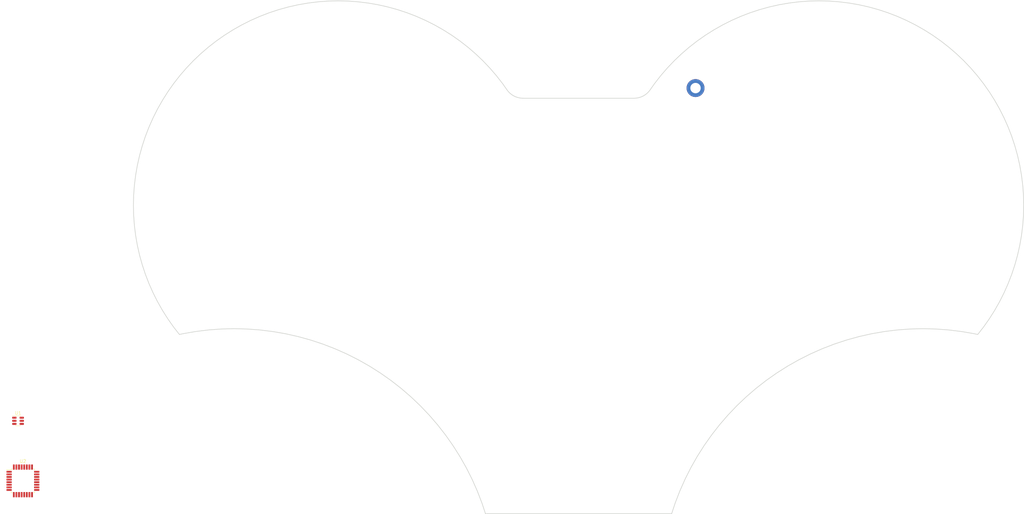
<source format=kicad_pcb>
(kicad_pcb (version 20211014) (generator pcbnew)
  (layers (0 "F.Cu" signal) (31 "B.Cu" signal) (34 "B.Paste" user) (35 "F.Paste" user) (36 "B.SilkS" user "B.Silkscreen") (37 "F.SilkS" user "F.Silkscreen") (38 "B.Mask" user) (39 "F.Mask" user) (44 "Edge.Cuts" user))
  (net 0 "")
  (net 1 "GNDPWR")
  (net 2 "/DD+")
  (net 3 "/DD-")
  (net 4 "/D-")
  (net 5 "Net-(FB2-Pad2)")
  (net 6 "/D+")
  (net 7 "Net-(C3-Pad1)")
  (net 8 "Net-(C4-Pad1)")
  (net 9 "GND")
  (net 10 "+5V")
  (net 14 "R0")
  (net 15 "R1")
  (net 16 "R2")
  (net 17 "R3")
  (net 18 "R4")
  (net 19 "Net-(R6-Pad1)")
  (net 20 "C4")
  (net 21 "C3")
  (net 22 "C2")
  (net 23 "C1")
  (net 24 "C0")
  (net 25 "C5")
  (net 26 "C6")
  (net 27 "C7")
  (net 28 "C8")
  (net 29 "C9")
  (net 30 "~{RESET}")
  (net 33 "Net-(C5-Pad1)")
  (net 34 "DDD+")
  (net 35 "DDD-")
  (footprint "MountingHole:MountingHole_3.2mm_M3" (layer "F.Cu") (at 48 58.5)
    (fp_text reference "H6" hide)
    (fp_text value "MountingHole" hide)
    (pad "" np_thru_hole circle locked (at 0 0) (size 3.2 3.2) (drill 3.2) (layers *.Cu *.Mask))
  )
  (footprint "MountingHole:MountingHole_3.2mm_M3" (layer "F.Cu") (at 123 119.5)
    (fp_text reference "H9" hide)
    (fp_text value "MountingHole" hide)
    (pad "" np_thru_hole circle locked (at 0 0) (size 3.2 3.2) (drill 3.2) (layers *.Cu *.Mask))
  )
  (footprint "MountingHole:MountingHole_3.2mm_M3" (layer "F.Cu") (at 257 104.5)
    (fp_text reference "H8" hide)
    (fp_text value "MountingHole" hide)
    (pad "" np_thru_hole circle locked (at 0 0) (size 3.2 3.2) (drill 3.2) (layers *.Cu *.Mask))
  )
  (footprint "MountingHole:MountingHole_3.2mm_M3" (layer "F.Cu") (at 65 104.5)
    (fp_text reference "H4" hide)
    (fp_text value "MountingHole" hide)
    (pad "" np_thru_hole circle locked (at 0 0) (size 3.2 3.2) (drill 3.2) (layers *.Cu *.Mask))
  )
  (footprint "Package_TO_SOT_SMD:SOT-23-6" (layer "F.Cu") (at -11.5 159)
    (fp_text reference "U1" (at 0 -2.4) (layer "F.SilkS"))
    (fp_text value "USBLC6-2SC6")
    (fp_line (start 0 1.56) (end 0.8 1.56) (layer "F.SilkS") (width 0.12))
    (fp_line (start 0 1.56) (end -0.8 1.56) (layer "F.SilkS") (width 0.12))
    (fp_line (start 0 -1.56) (end -1.8 -1.56) (layer "F.SilkS") (width 0.12))
    (fp_line (start 0 -1.56) (end 0.8 -1.56) (layer "F.SilkS") (width 0.12))
    (pad "1" smd roundrect (at -1.1375 -0.95) (size 1.325 0.6) (layers "F.Cu" "F.Paste" "F.Mask") (net 2 "/DD+"))
    (pad "2" smd roundrect (at -1.1375 0) (size 1.325 0.6) (layers "F.Cu" "F.Paste" "F.Mask") (net 1 "GNDPWR"))
    (pad "3" smd roundrect (at -1.1375 0.95) (size 1.325 0.6) (layers "F.Cu" "F.Paste" "F.Mask") (net 3 "/DD-"))
    (pad "4" smd roundrect (at 1.1375 0.95) (size 1.325 0.6) (layers "F.Cu" "F.Paste" "F.Mask") (net 4 "/D-"))
    (pad "5" smd roundrect (at 1.1375 0) (size 1.325 0.6) (layers "F.Cu" "F.Paste" "F.Mask") (net 5 "Net-(FB2-Pad2)"))
    (pad "6" smd roundrect (at 1.1375 -0.95) (size 1.325 0.6) (layers "F.Cu" "F.Paste" "F.Mask") (net 6 "/D+"))
  )
  (footprint "Package_QFP:TQFP-32_7x7mm_P0.8mm" (layer "F.Cu") (at -10 177.5)
    (fp_text reference "U2" (at 0 -6.05) (layer "F.SilkS"))
    (fp_text value "ATmega32U2-A")
    (fp_line (start 3.625 -3.625) (end 3.625 -3.3) (layer "F.SilkS") (width 0.15))
    (fp_line (start -3.625 3.625) (end -3.625 3.3) (layer "F.SilkS") (width 0.15))
    (fp_line (start 3.625 -3.625) (end 3.3 -3.625) (layer "F.SilkS") (width 0.15))
    (fp_line (start -3.625 3.625) (end -3.3 3.625) (layer "F.SilkS") (width 0.15))
    (fp_line (start 3.625 3.625) (end 3.625 3.3) (layer "F.SilkS") (width 0.15))
    (fp_line (start -3.625 -3.625) (end -3.625 -3.4) (layer "F.SilkS") (width 0.15))
    (fp_line (start -3.625 -3.625) (end -3.3 -3.625) (layer "F.SilkS") (width 0.15))
    (fp_line (start 3.625 3.625) (end 3.3 3.625) (layer "F.SilkS") (width 0.15))
    (fp_line (start -3.625 -3.4) (end -5.05 -3.4) (layer "F.SilkS") (width 0.15))
    (pad "1" smd rect (at -4.25 -2.8) (size 1.6 0.55) (layers "F.Cu" "F.Paste" "F.Mask") (net 7 "Net-(C3-Pad1)"))
    (pad "2" smd rect (at -4.25 -2) (size 1.6 0.55) (layers "F.Cu" "F.Paste" "F.Mask") (net 8 "Net-(C4-Pad1)"))
    (pad "3" smd rect (at -4.25 -1.2) (size 1.6 0.55) (layers "F.Cu" "F.Paste" "F.Mask") (net 9 "GND"))
    (pad "4" smd rect (at -4.25 -0.4) (size 1.6 0.55) (layers "F.Cu" "F.Paste" "F.Mask") (net 10 "+5V"))
    (pad "5" smd rect (at -4.25 0.4) (size 1.6 0.55) (layers "F.Cu" "F.Paste" "F.Mask"))
    (pad "6" smd rect (at -4.25 1.2) (size 1.6 0.55) (layers "F.Cu" "F.Paste" "F.Mask"))
    (pad "7" smd rect (at -4.25 2) (size 1.6 0.55) (layers "F.Cu" "F.Paste" "F.Mask"))
    (pad "8" smd rect (at -4.25 2.8) (size 1.6 0.55) (layers "F.Cu" "F.Paste" "F.Mask") (net 14 "R0"))
    (pad "9" smd rect (at -2.8 4.25 90) (size 1.6 0.55) (layers "F.Cu" "F.Paste" "F.Mask") (net 15 "R1"))
    (pad "10" smd rect (at -2 4.25 90) (size 1.6 0.55) (layers "F.Cu" "F.Paste" "F.Mask") (net 16 "R2"))
    (pad "11" smd rect (at -1.2 4.25 90) (size 1.6 0.55) (layers "F.Cu" "F.Paste" "F.Mask") (net 17 "R3"))
    (pad "12" smd rect (at -0.4 4.25 90) (size 1.6 0.55) (layers "F.Cu" "F.Paste" "F.Mask") (net 18 "R4"))
    (pad "13" smd rect (at 0.4 4.25 90) (size 1.6 0.55) (layers "F.Cu" "F.Paste" "F.Mask") (net 19 "Net-(R6-Pad1)"))
    (pad "14" smd rect (at 1.2 4.25 90) (size 1.6 0.55) (layers "F.Cu" "F.Paste" "F.Mask") (net 20 "C4"))
    (pad "15" smd rect (at 2 4.25 90) (size 1.6 0.55) (layers "F.Cu" "F.Paste" "F.Mask") (net 21 "C3"))
    (pad "16" smd rect (at 2.8 4.25 90) (size 1.6 0.55) (layers "F.Cu" "F.Paste" "F.Mask") (net 22 "C2"))
    (pad "17" smd rect (at 4.25 2.8) (size 1.6 0.55) (layers "F.Cu" "F.Paste" "F.Mask") (net 23 "C1"))
    (pad "18" smd rect (at 4.25 2) (size 1.6 0.55) (layers "F.Cu" "F.Paste" "F.Mask") (net 24 "C0"))
    (pad "19" smd rect (at 4.25 1.2) (size 1.6 0.55) (layers "F.Cu" "F.Paste" "F.Mask") (net 25 "C5"))
    (pad "20" smd rect (at 4.25 0.4) (size 1.6 0.55) (layers "F.Cu" "F.Paste" "F.Mask") (net 26 "C6"))
    (pad "21" smd rect (at 4.25 -0.4) (size 1.6 0.55) (layers "F.Cu" "F.Paste" "F.Mask") (net 27 "C7"))
    (pad "22" smd rect (at 4.25 -1.2) (size 1.6 0.55) (layers "F.Cu" "F.Paste" "F.Mask") (net 28 "C8"))
    (pad "23" smd rect (at 4.25 -2) (size 1.6 0.55) (layers "F.Cu" "F.Paste" "F.Mask") (net 29 "C9"))
    (pad "24" smd rect (at 4.25 -2.8) (size 1.6 0.55) (layers "F.Cu" "F.Paste" "F.Mask") (net 30 "~{RESET}"))
    (pad "25" smd rect (at 2.8 -4.25 90) (size 1.6 0.55) (layers "F.Cu" "F.Paste" "F.Mask"))
    (pad "26" smd rect (at 2 -4.25 90) (size 1.6 0.55) (layers "F.Cu" "F.Paste" "F.Mask"))
    (pad "27" smd rect (at 1.2 -4.25 90) (size 1.6 0.55) (layers "F.Cu" "F.Paste" "F.Mask") (net 33 "Net-(C5-Pad1)"))
    (pad "28" smd rect (at 0.4 -4.25 90) (size 1.6 0.55) (layers "F.Cu" "F.Paste" "F.Mask") (net 9 "GND"))
    (pad "29" smd rect (at -0.4 -4.25 90) (size 1.6 0.55) (layers "F.Cu" "F.Paste" "F.Mask") (net 34 "DDD+"))
    (pad "30" smd rect (at -1.2 -4.25 90) (size 1.6 0.55) (layers "F.Cu" "F.Paste" "F.Mask") (net 35 "DDD-"))
    (pad "31" smd rect (at -2 -4.25 90) (size 1.6 0.55) (layers "F.Cu" "F.Paste" "F.Mask") (net 10 "+5V"))
    (pad "32" smd rect (at -2.8 -4.25 90) (size 1.6 0.55) (layers "F.Cu" "F.Paste" "F.Mask") (net 10 "+5V"))
  )
  (footprint "MountingHole:MountingHole_3.2mm_M3" (layer "F.Cu") (at 183 181.5)
    (fp_text reference "H2" hide)
    (fp_text value "MountingHole" hide)
    (pad "" np_thru_hole circle locked (at 0 0) (size 3.2 3.2) (drill 3.2) (layers *.Cu *.Mask))
  )
  (footprint "MountingHole:MountingHole_3.2mm_M3_ISO14580_Pad" (layer "F.Cu") (at 197 56.5)
    (fp_text reference "H1" hide)
    (fp_text value "case" hide)
    (pad "1" thru_hole circle locked (at 0 0) (size 5.5 5.5) (drill 3.2) (layers *.Cu *.Mask) (net 1 "GNDPWR"))
  )
  (footprint "MountingHole:MountingHole_3.2mm_M3" (layer "F.Cu") (at 125 56.5)
    (fp_text reference "H3" hide)
    (fp_text value "MountingHole" hide)
    (pad "" np_thru_hole circle locked (at 0 0) (size 3.2 3.2) (drill 3.2) (layers *.Cu *.Mask))
  )
  (footprint "MountingHole:MountingHole_3.2mm_M3" (layer "F.Cu") (at 199 119.5)
    (fp_text reference "H7" hide)
    (fp_text value "MountingHole" hide)
    (pad "" np_thru_hole circle locked (at 0 0) (size 3.2 3.2) (drill 3.2) (layers *.Cu *.Mask))
  )
  (footprint "MountingHole:MountingHole_3.2mm_M3" (layer "F.Cu") (at 274 58.5)
    (fp_text reference "H5" hide)
    (fp_text value "MountingHole" hide)
    (pad "" np_thru_hole circle locked (at 0 0) (size 3.2 3.2) (drill 3.2) (layers *.Cu *.Mask))
  )
  (footprint "MountingHole:MountingHole_3.2mm_M3" (layer "F.Cu") (at 139 181.5)
    (fp_text reference "H10" hide)
    (fp_text value "MountingHole" hide)
    (pad "" np_thru_hole circle locked (at 0 0) (size 3.2 3.2) (drill 3.2) (layers *.Cu *.Mask))
  )
  (gr_poly locked (pts (xy 238.091201 29.700615) (xy 241.174895 29.927605) (xy 244.243804 30.306618) (xy 247.290496 30.834617) (xy 250.307097 31.512611) (xy 253.287505 32.337608) (xy 256.223388 33.306617) (xy 259.108489 34.419609) (xy 261.934997 35.672614) (xy 264.69699 37.063606) (xy 267.386992 38.587607) (xy 269.999999 40.241614) (xy 272.527999 42.021613) (xy 274.964995 43.924613) (xy 277.307006 45.943609) (xy 279.545989 48.076605) (xy 281.679015 50.315603) (xy 283.697997 52.657614) (xy 285.601012 55.09461) (xy 287.38098 57.62261) (xy 289.035003 60.235617) (xy 290.55902 62.925602) (xy 291.950011 65.687611) (xy 293.203002 68.513607) (xy 294.315978 71.399609) (xy 295.285003 74.335606) (xy 296.109984 77.315609) (xy 296.787993 80.332607) (xy 297.315978 83.378605) (xy 297.695006 86.447605) (xy 297.921996 89.531605) (xy 297.997985 92.622608) (xy 297.921996 95.713806) (xy 297.695006 98.7975) (xy 297.315978 101.866402) (xy 296.787993 104.913101) (xy 296.109984 107.929703) (xy 295.285003 110.910103) (xy 294.315978 113.846001) (xy 293.203002 116.731201) (xy 291.950011 119.557808) (xy 290.55902 122.319702) (xy 289.035003 125.010101) (xy 287.38098 127.622704) (xy 285.601012 130.150604) (xy 283.838012 132.409607) (xy 282.94699 132.209503) (xy 282.657989 132.152008) (xy 279.031005 131.522705) (xy 278.738997 131.479508) (xy 275.085998 131.0289) (xy 274.792998 131) (xy 271.121001 130.729202) (xy 270.826995 130.714706) (xy 267.147002 130.624405) (xy 266.852996 130.624405) (xy 263.173003 130.714706) (xy 262.87799 130.729202) (xy 259.207305 131) (xy 258.914199 131.0289) (xy 255.260589 131.479508) (xy 254.96939 131.522705) (xy 251.342406 132.152008) (xy 251.053496 132.209503) (xy 247.462005 133.016006) (xy 247.176299 133.087601) (xy 243.628402 134.069404) (xy 243.346602 134.154907) (xy 239.851195 135.309601) (xy 239.573897 135.408905) (xy 236.139296 136.733704) (xy 235.867202 136.846405) (xy 232.501891 138.338104) (xy 232.235701 138.464104) (xy 228.947509 140.119202) (xy 228.687804 140.258003) (xy 225.484893 142.072403) (xy 225.232299 142.223801) (xy 222.122298 144.193207) (xy 221.877395 144.356903) (xy 218.867705 146.476501) (xy 218.631194 146.652008) (xy 215.729095 148.916702) (xy 215.501403 149.103607) (xy 212.714004 151.508003) (xy 212.495803 151.705803) (xy 209.829696 154.244102) (xy 209.621489 154.452408) (xy 207.08319 157.118408) (xy 206.885406 157.336609) (xy 204.480895 160.124092) (xy 204.294097 160.351692) (xy 202.029296 163.253792) (xy 201.853896 163.490303) (xy 199.734298 166.499992) (xy 199.570602 166.744896) (xy 197.601195 169.854897) (xy 197.449798 170.107491) (xy 195.635405 173.310494) (xy 195.496596 173.570198) (xy 193.841399 176.858299) (xy 193.715499 177.124489) (xy 192.2238 180.489891) (xy 192.111098 180.762001) (xy 190.786193 184.19648) (xy 190.686995 184.473762) (xy 189.646804 187.622597) (xy 132.353202 187.622597) (xy 131.313003 184.473762) (xy 131.213797 184.19648) (xy 129.8889 180.762001) (xy 129.776198 180.489891) (xy 128.284499 177.124489) (xy 128.158599 176.858299) (xy 126.503402 173.570198) (xy 126.3646 173.310494) (xy 124.5502 170.107491) (xy 124.398803 169.854897) (xy 122.429397 166.744896) (xy 122.2657 166.499992) (xy 120.146102 163.490303) (xy 119.970702 163.253792) (xy 117.705901 160.351692) (xy 117.519103 160.124092) (xy 115.1146 157.336609) (xy 114.9168 157.118408) (xy 112.378501 154.452408) (xy 112.170302 154.244102) (xy 109.504195 151.705803) (xy 109.285995 151.508003) (xy 106.498595 149.103607) (xy 106.270904 148.916702) (xy 103.368804 146.652008) (xy 103.1323 146.476501) (xy 100.122603 144.356903) (xy 99.8777 144.193207) (xy 96.767699 142.223801) (xy 96.515097 142.072403) (xy 93.312201 140.258003) (xy 93.052497 140.119202) (xy 89.764296 138.464104) (xy 89.498099 138.338104) (xy 86.132796 136.846405) (xy 85.860702 136.733704) (xy 82.426101 135.408905) (xy 82.148803 135.309601) (xy 78.653396 134.154907) (xy 78.371596 134.069404) (xy 74.823699 133.087601) (xy 74.538001 133.016006) (xy 70.946502 132.209503) (xy 70.657599 132.152008) (xy 67.030601 131.522705) (xy 66.739402 131.479508) (xy 63.085799 131.0289) (xy 62.792701 131) (xy 59.122001 130.729202) (xy 58.827002 130.714706) (xy 55.147002 130.624405) (xy 54.852996 130.624405) (xy 51.172995 130.714706) (xy 50.878997 130.729202) (xy 47.207 131) (xy 46.914 131.0289) (xy 43.261 131.479508) (xy 42.969001 131.522705) (xy 39.342002 132.152008) (xy 39.053001 132.209503) (xy 38.162001 132.409607) (xy 36.399001 130.150604) (xy 34.619002 127.622704) (xy 32.964995 125.010101) (xy 31.440993 122.319702) (xy 30.050002 119.557808) (xy 28.796996 116.731201) (xy 27.684005 113.846001) (xy 26.714995 110.910103) (xy 25.889998 107.929703) (xy 25.212005 104.913101) (xy 24.684005 101.866402) (xy 24.304992 98.7975) (xy 24.078002 95.713806) (xy 24.001998 92.622608) (xy 24.078002 89.531605) (xy 24.304992 86.447605) (xy 24.684005 83.378605) (xy 25.212005 80.332607) (xy 25.889998 77.315609) (xy 26.714995 74.335606) (xy 27.684005 71.399609) (xy 28.796996 68.513607) (xy 30.050002 65.687611) (xy 31.440993 62.925602) (xy 32.964995 60.235617) (xy 34.619002 57.62261) (xy 36.399001 55.09461) (xy 38.302001 52.657614) (xy 40.320998 50.315603) (xy 42.454001 48.076605) (xy 44.693 45.943609) (xy 47.035003 43.924613) (xy 49.471999 42.021613) (xy 51.999999 40.241614) (xy 54.612998 38.587607) (xy 57.303001 37.063606) (xy 60.065001 35.672614) (xy 62.891501 34.419609) (xy 65.776603 33.306617) (xy 68.712501 32.337608) (xy 71.692901 31.512611) (xy 74.709502 30.834617) (xy 77.756202 30.306618) (xy 80.825103 29.927605) (xy 83.908797 29.700615) (xy 86.999999 29.624611) (xy 90.091201 29.700615) (xy 93.174895 29.927605) (xy 96.243796 30.306618) (xy 99.290496 30.834617) (xy 102.307097 31.512611) (xy 105.287497 32.337608) (xy 108.223403 33.306617) (xy 111.108596 34.419609) (xy 113.935195 35.672614) (xy 116.697097 37.063606) (xy 119.387496 38.587607) (xy 122.000098 40.241614) (xy 124.527999 42.021613) (xy 126.965499 43.924613) (xy 129.307097 45.943609) (xy 131.546401 48.076605) (xy 133.678496 50.315603) (xy 135.698401 52.657614) (xy 137.6006 55.09461) (xy 138.9971 57.077612) (xy 139.264495 57.42861) (xy 139.4569 57.651617) (xy 139.659896 57.865606) (xy 139.873198 58.068609) (xy 140.096198 58.26061) (xy 140.328399 58.44161) (xy 140.569198 58.611609) (xy 140.818 58.768606) (xy 141.074203 58.914618) (xy 141.337203 59.046606) (xy 141.606498 59.165609) (xy 141.881301 59.271612) (xy 142.160903 59.364615) (xy 142.444701 59.442617) (xy 142.732001 59.507605) (xy 143.022201 59.557608) (xy 143.314498 59.593603) (xy 143.608199 59.615606) (xy 143.902602 59.62261) (xy 178.097396 59.62261) (xy 178.538802 59.606604) (xy 178.831893 59.577612) (xy 179.123198 59.534613) (xy 179.412002 59.476614) (xy 179.697692 59.405615) (xy 179.979491 59.319616) (xy 180.256804 59.220617) (xy 180.528899 59.107611) (xy 180.795104 58.981603) (xy 181.054793 58.843603) (xy 181.307403 58.69161) (xy 181.552306 58.528616) (xy 181.788802 58.352606) (xy 182.016402 58.165609) (xy 182.234603 57.967611) (xy 182.442901 57.759604) (xy 182.6407 57.541616) (xy 182.827498 57.313604) (xy 183.002898 57.077612) (xy 184.399398 55.09461) (xy 186.301604 52.657614) (xy 188.321502 50.315603) (xy 190.453597 48.076605) (xy 192.692901 45.943609) (xy 195.034499 43.924613) (xy 197.471999 42.021613) (xy 199.999907 40.241614) (xy 202.612502 38.587607) (xy 205.302901 37.063606) (xy 208.064803 35.672614) (xy 210.891402 34.419609) (xy 213.776595 33.306617) (xy 216.712493 32.337608) (xy 219.692901 31.512611) (xy 222.709502 30.834617) (xy 225.756194 30.306618) (xy 228.825103 29.927605) (xy 231.908797 29.700615) (xy 234.999999 29.624611)) (layer "Edge.Cuts") (width 0.2) (fill none))
)
</source>
